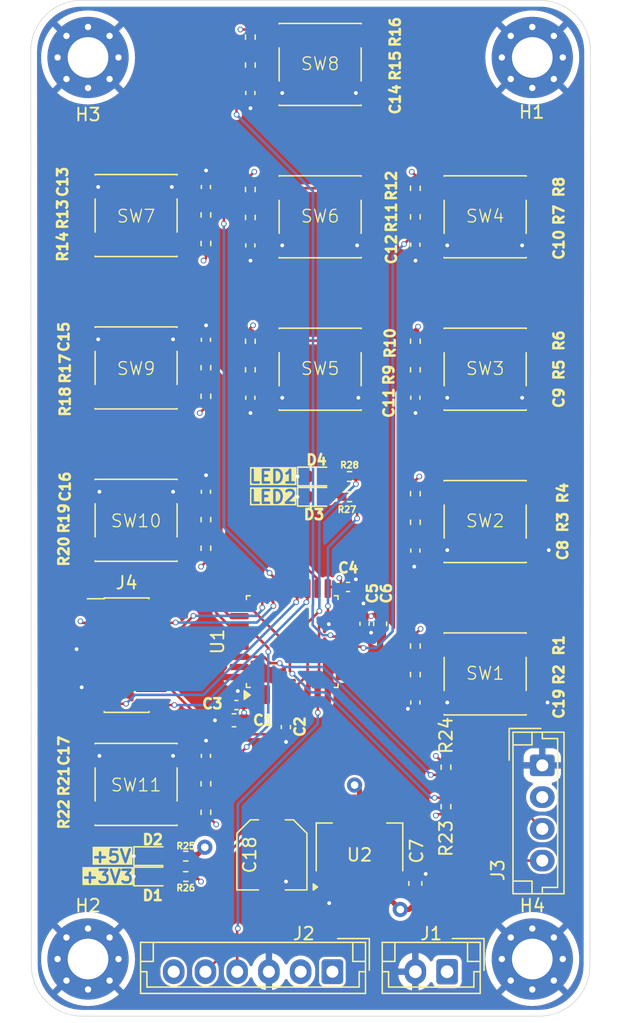
<source format=kicad_pcb>
(kicad_pcb (version 20240108) (generator "pcbnew") (generator_version "8.0")
  (layers (0 "F.Cu" signal) (1 "In1.Cu" signal) (2 "In2.Cu" signal) (31 "B.Cu" signal) (34 "B.Paste" user) (35 "F.Paste" user) (36 "B.SilkS" user "B.Silkscreen") (37 "F.SilkS" user "F.Silkscreen") (38 "B.Mask" user) (39 "F.Mask" user) (44 "Edge.Cuts" user))
  (net 0 "")
  (net 1 "GND")
  (net 2 "+3.3V")
  (net 3 "NRST")
  (net 4 "+5V")
  (net 5 "BTN_2")
  (net 6 "BTN_3")
  (net 7 "BTN_4")
  (net 8 "BTN_5")
  (net 9 "BTN_6")
  (net 10 "BTN_7")
  (net 11 "BTN_8")
  (net 12 "BTN_9")
  (net 13 "BTN_10")
  (net 14 "BTN_11")
  (net 15 "BTN_1")
  (net 16 "UART2_HC05_TX")
  (net 19 "UART2_HC05_RX")
  (net 20 "I2C1_SDA")
  (net 21 "I2C1_SCL")
  (net 25 "UART1_DEBUG_RX")
  (net 27 "SWCLK")
  (net 28 "SWDIO")
  (net 30 "UART1_DEBUG_TX")
  (net 31 "Net-(SW1-A)")
  (net 32 "Net-(SW2-A)")
  (net 33 "Net-(SW3-A)")
  (net 34 "Net-(SW4-A)")
  (net 35 "Net-(SW5-A)")
  (net 36 "Net-(SW6-A)")
  (net 37 "Net-(SW7-A)")
  (net 38 "Net-(SW8-A)")
  (net 39 "Net-(SW9-A)")
  (net 40 "Net-(SW10-A)")
  (net 41 "Net-(SW11-A)")
  (net 44 "Net-(D1-A)")
  (net 45 "Net-(D2-A)")
  (net 48 "Net-(D3-A)")
  (net 49 "Net-(D4-A)")
  (net 50 "LED2")
  (net 51 "LED1")
  (footprint "Capacitor_SMD:C_0402_1005Metric_Pad0.74x0.62mm_HandSolder" (layer "F.Cu") (at 136.2875 93.2 90)
    (property "Reference" "C16")
    (property "Value" "10n")
  )
  (footprint "Capacitor_SMD:C_0603_1608Metric" (layer "F.Cu") (at 150.0125 103.6 -90)
    (property "Reference" "C6")
    (property "Value" "1u")
  )
  (footprint "Resistor_SMD:R_0402_1005Metric_Pad0.72x0.64mm_HandSolder" (layer "F.Cu") (at 152.7875 83.5975 90)
    (property "Reference" "R5")
    (property "Value" "10k")
  )
  (footprint "Resistor_SMD:R_0402_1005Metric_Pad0.72x0.64mm_HandSolder" (layer "F.Cu") (at 139.7875 81.3475 -90)
    (property "Reference" "R10")
    (property "Value" "10k")
  )
  (footprint "maker:botan" (layer "F.Cu") (at 158.2875 71.5)
    (property "Reference" "SW4")
    (property "Value" "SW_SPST")
  )
  (footprint "Connector_JST:JST_EH_B4B-EH-A_1x04_P2.50mm_Vertical" (layer "F.Cu") (at 162.7875 114.75 -90)
    (property "Reference" "J3")
    (property "Value" "Conn_01x04")
  )
  (footprint "Resistor_SMD:R_0402_1005Metric_Pad0.72x0.64mm_HandSolder" (layer "F.Cu") (at 136.2875 85.685 90)
    (property "Reference" "R18")
    (property "Value" "10k")
  )
  (footprint "Resistor_SMD:R_0402_1005Metric_Pad0.72x0.64mm_HandSolder" (layer "F.Cu") (at 139.7875 69.4 -90)
    (property "Reference" "R12")
    (property "Value" "10k")
  )
  (footprint "Capacitor_SMD:C_0402_1005Metric_Pad0.74x0.62mm_HandSolder" (layer "F.Cu") (at 142.5875 111.7325 -90)
    (property "Reference" "C2")
    (property "Value" "0.1u")
  )
  (footprint "Resistor_SMD:R_0402_1005Metric_Pad0.72x0.64mm_HandSolder" (layer "F.Cu") (at 139.7875 83.5975 90)
    (property "Reference" "R9")
    (property "Value" "10k")
  )
  (footprint "Capacitor_SMD:C_0402_1005Metric_Pad0.74x0.62mm_HandSolder" (layer "F.Cu") (at 136.2875 69.2 90)
    (property "Reference" "C13")
    (property "Value" "10n")
  )
  (footprint "maker:botan" (layer "F.Cu") (at 158.2875 83.5)
    (property "Reference" "SW3")
    (property "Value" "SW_SPST")
  )
  (footprint "maker:botan" (layer "F.Cu") (at 158.2875 95.5)
    (property "Reference" "SW2")
    (property "Value" "SW_SPST")
  )
  (footprint "Resistor_SMD:R_0402_1005Metric_Pad0.72x0.64mm_HandSolder" (layer "F.Cu") (at 134.7 121.9 180)
    (property "Reference" "R25")
    (property "Value" "1k6")
  )
  (footprint "Capacitor_SMD:C_0603_1608Metric" (layer "F.Cu") (at 152.7875 124.05 90)
    (property "Reference" "C7")
    (property "Value" "10u")
  )
  (footprint "Resistor_SMD:R_0402_1005Metric_Pad0.72x0.64mm_HandSolder" (layer "F.Cu") (at 152.7875 81.3475 -90)
    (property "Reference" "R6")
    (property "Value" "10k")
  )
  (footprint "Resistor_SMD:R_0402_1005Metric_Pad0.72x0.64mm_HandSolder" (layer "F.Cu") (at 134.7 123.5 180)
    (property "Reference" "R26")
    (property "Value" "820")
  )
  (footprint "Resistor_SMD:R_0402_1005Metric_Pad0.72x0.64mm_HandSolder" (layer "F.Cu") (at 152.7875 95.6025 90)
    (property "Reference" "R3")
    (property "Value" "10k")
  )
  (footprint "Capacitor_SMD:C_0402_1005Metric_Pad0.74x0.62mm_HandSolder" (layer "F.Cu") (at 139.7875 73.8 -90)
    (property "Reference" "C12")
    (property "Value" "10n")
  )
  (footprint "Capacitor_SMD:C_0402_1005Metric_Pad0.74x0.62mm_HandSolder" (layer "F.Cu") (at 152.7875 109.8 -90)
    (property "Reference" "C19")
    (property "Value" "10n")
  )
  (footprint "Resistor_SMD:R_0402_1005Metric_Pad0.72x0.64mm_HandSolder" (layer "F.Cu") (at 147.6 92 180)
    (property "Reference" "R28")
    (property "Value" "82")
  )
  (footprint "MountingHole:MountingHole_3.2mm_M3_Pad_Via" (layer "F.Cu") (at 162 59)
    (property "Reference" "H1")
    (property "Value" "MountingHole_Pad")
  )
  (footprint "Connector_JST:JST_EH_B6B-EH-A_1x06_P2.50mm_Vertical" (layer "F.Cu") (at 146.25 131 180)
    (property "Reference" "J2")
    (property "Value" "Conn_01x06")
  )
  (footprint "Capacitor_SMD:C_0402_1005Metric_Pad0.74x0.62mm_HandSolder" (layer "F.Cu") (at 136.2875 81.2325 90)
    (property "Reference" "C15")
    (property "Value" "10n")
  )
  (footprint "Resistor_SMD:R_0402_1005Metric_Pad0.72x0.64mm_HandSolder" (layer "F.Cu") (at 155.2 114.8975 -90)
    (property "Reference" "R24")
    (property "Value" "1k")
  )
  (footprint "maker:botan" (layer "F.Cu") (at 145.2875 59.5)
    (property "Reference" "SW8")
    (property "Value" "SW_SPST")
  )
  (footprint "Resistor_SMD:R_0402_1005Metric_Pad0.72x0.64mm_HandSolder" (layer "F.Cu") (at 136.2875 116.2 -90)
    (property "Reference" "R21")
    (property "Value" "10k")
  )
  (footprint "Capacitor_SMD:C_0402_1005Metric_Pad0.74x0.62mm_HandSolder" (layer "F.Cu") (at 147.4875 100.7)
    (property "Reference" "C4")
    (property "Value" "100n")
  )
  (footprint "Connector_PinHeader_1.27mm:PinHeader_2x07_P1.27mm_Vertical_SMD" (layer "F.Cu") (at 130.0375 106.07)
    (property "Reference" "J4")
    (property "Value" "Conn_ST_STDC14")
  )
  (footprint "maker:botan" (layer "F.Cu") (at 130.7875 95.5 180)
    (property "Reference" "SW10")
    (property "Value" "SW_SPST")
  )
  (footprint "Resistor_SMD:R_0402_1005Metric_Pad0.72x0.64mm_HandSolder" (layer "F.Cu") (at 139.7875 57.395 -90)
    (property "Reference" "R16")
    (property "Value" "10k")
  )
  (footprint "Resistor_SMD:R_0402_1005Metric_Pad0.72x0.64mm_HandSolder" (layer "F.Cu") (at 136.2875 97.65 90)
    (property "Reference" "R20")
    (property "Value" "10k")
  )
  (footprint "maker:botan" (layer "F.Cu") (at 130.7875 71.5 180)
    (property "Reference" "SW7")
    (property "Value" "SW_SPST")
  )
  (footprint "Resistor_SMD:R_0402_1005Metric_Pad0.72x0.64mm_HandSolder" (layer "F.Cu") (at 152.7875 69.3025 -90)
    (property "Reference" "R8")
    (property "Value" "10k")
  )
  (footprint "Capacitor_SMD:C_0402_1005Metric_Pad0.74x0.62mm_HandSolder" (layer "F.Cu") (at 152.7875 73.7525 -90)
    (property "Reference" "C10")
    (property "Value" "10n")
  )
  (footprint "Resistor_SMD:R_0402_1005Metric_Pad0.72x0.64mm_HandSolder" (layer "F.Cu") (at 152.7875 93.3525 -90)
    (property "Reference" "R4")
    (property "Value" "10k")
  )
  (footprint "Resistor_SMD:R_0402_1005Metric_Pad0.72x0.64mm_HandSolder" (layer "F.Cu") (at 155.2 118 90)
    (property "Reference" "R23")
    (property "Value" "1k")
  )
  (footprint "Capacitor_SMD:C_0603_1608Metric" (layer "F.Cu") (at 138.5 111.2 180)
    (property "Reference" "C1")
    (property "Value" "4u7")
  )
  (footprint "Resistor_SMD:R_0402_1005Metric_Pad0.72x0.64mm_HandSolder" (layer "F.Cu") (at 136.2875 118.45 90)
    (property "Reference" "R22")
    (property "Value" "10k")
  )
  (footprint "LED_SMD:LED_0603_1608Metric" (layer "F.Cu") (at 145 93.6)
    (property "Reference" "D3")
    (property "Value" "BLUE_LED")
  )
  (footprint "Capacitor_SMD:C_Elec_5x5.4" (layer "F.Cu") (at 141.4875 121.8 -90)
    (property "Reference" "C18")
    (property "Value" "22u")
  )
  (footprint "Capacitor_SMD:C_0402_1005Metric_Pad0.74x0.62mm_HandSolder" (layer "F.Cu") (at 138.6875 110 180)
    (property "Reference" "C3")
    (property "Value" "100n")
  )
  (footprint "maker:botan" (layer "F.Cu") (at 130.7875 116.3 180)
    (property "Reference" "SW11")
    (property "Value" "SW_SPST")
  )
  (footprint "Capacitor_SMD:C_0402_1005Metric_Pad0.74x0.62mm_HandSolder" (layer "F.Cu") (at 136.2875 114 90)
    (property "Reference" "C17")
    (property "Value" "10n")
  )
  (footprint "LED_SMD:LED_0603_1608Metric" (layer "F.Cu") (at 132.1 121.9)
    (property "Reference" "D2")
    (property "Value" "RED_LED")
  )
  (footprint "maker:botan" (layer "F.Cu") (at 158.2875 107.5)
    (property "Reference" "SW1")
    (property "Value" "SW_SPST")
  )
  (footprint "maker:botan" (layer "F.Cu") (at 130.7875 83.5 180)
    (property "Reference" "SW9")
    (property "Value" "SW_SPST")
  )
  (footprint "Package_TO_SOT_SMD:SOT-223-3_TabPin2" (layer "F.Cu") (at 148.3875 121.2 90)
    (property "Reference" "U2")
    (property "Value" "AZ1117-3.3")
  )
  (footprint "maker:botan" (layer "F.Cu") (at 145.2875 71.5)
    (property "Reference" "SW6")
    (property "Value" "SW_SPST")
  )
  (footprint "Resistor_SMD:R_0402_1005Metric_Pad0.72x0.64mm_HandSolder" (layer "F.Cu") (at 152.7875 105.35 -90)
    (property "Reference" "R1")
    (property "Value" "10k")
  )
  (footprint "MountingHole:MountingHole_3.2mm_M3_Pad_Via" (layer "F.Cu") (at 127 59)
    (property "Reference" "H3")
    (property "Value" "MountingHole_Pad")
  )
  (footprint "MountingHole:MountingHole_3.2mm_M3_Pad_Via" (layer "F.Cu") (at 127 130)
    (property "Reference" "H2")
    (property "Value" "MountingHole_Pad")
  )
  (footprint "Capacitor_SMD:C_0402_1005Metric_Pad0.74x0.62mm_HandSolder" (layer "F.Cu") (at 152.7875 85.7975 -90)
    (property "Reference" "C9")
    (property "Value" "10n")
  )
  (footprint "maker:botan" (layer "F.Cu") (at 145.2875 83.5)
    (property "Reference" "SW5")
    (property "Value" "SW_SPST")
  )
  (footprint "Resistor_SMD:R_0402_1005Metric_Pad0.72x0.64mm_HandSolder" (layer "F.Cu") (at 152.7875 71.5525 90)
    (property "Reference" "R7")
    (property "Value" "10k")
  )
  (footprint "Capacitor_SMD:C_0402_1005Metric_Pad0.74x0.62mm_HandSolder" (layer "F.Cu") (at 139.7875 61.7975 -90)
    (property "Reference" "C14")
    (property "Value" "10n")
  )
  (footprint "Package_QFP:LQFP-32_7x7mm_P0.8mm" (layer "F.Cu") (at 143.0875 105 90)
    (property "Reference" "U1")
    (property "Value" "STM32G431KBTx")
  )
  (footprint "Resistor_SMD:R_0402_1005Metric_Pad0.72x0.64mm_HandSolder" (layer "F.Cu") (at 136.2875 71.4 -90)
    (property "Reference" "R13")
    (property "Value" "10k")
  )
  (footprint "Resistor_SMD:R_0402_1005Metric_Pad0.72x0.64mm_HandSolder" (layer "F.Cu") (at 136.2875 95.3975 -90)
    (property "Reference" "R19")
    (property "Value" "10k")
  )
  (footprint "Resistor_SMD:R_0402_1005Metric_Pad0.72x0.64mm_HandSolder" (layer "F.Cu") (at 139.7875 71.6 90)
    (property "Reference" "R11")
    (property "Value" "10k")
  )
  (footprint "Resistor_SMD:R_0402_1005Metric_Pad0.72x0.64mm_HandSolder" (layer "F.Cu") (at 139.7875 59.5975 90)
    (property "Reference" "R15")
    (property "Value" "10k")
  )
  (footprint "Resistor_SMD:R_0402_1005Metric_Pad0.72x0.64mm_HandSolder" (layer "F.Cu") (at 136.2875 73.65 90)
    (property "Reference" "R14")
    (property "Value" "10k")
  )
  (footprint "MountingHole:MountingHole_3.2mm_M3_Pad_Via" (layer "F.Cu") (at 162 130)
    (property "Reference" "H4")
    (property "Value" "MountingHole_Pad")
  )
  (footprint "Connector_JST:JST_EH_B2B-EH-A_1x02_P2.50mm_Vertical" (layer "F.Cu") (at 155.2875 131 180)
    (property "Reference" "J1")
    (property "Value" "Conn_01x02")
  )
  (footprint "Capacitor_SMD:C_0402_1005Metric_Pad0.74x0.62mm_HandSolder" (layer "F.Cu") (at 139.7875 85.7975 -90)
    (property "Reference" "C11")
    (property "Value" "10n")
  )
  (footprint "Capacitor_SMD:C_0402_1005Metric_Pad0.74x0.62mm_HandSolder" (layer "F.Cu") (at 152.7875 97.835 -90)
    (property "Reference" "C8")
    (property "Value" "10n")
  )
  (footprint "Capacitor_SMD:C_0402_1005Metric_Pad0.74x0.62mm_HandSolder" (layer "F.Cu") (at 148.7875 103.6 -90)
    (property "Reference" "C5")
    (property "Value" "10n")
  )
  (footprint "LED_SMD:LED_0603_1608Metric" (layer "F.Cu") (at 145 92)
    (property "Reference" "D4")
    (property "Value" "BLUE_LED")
  )
  (footprint "LED_SMD:LED_0603_1608Metric" (layer "F.Cu") (at 132.1 123.5)
    (property "Reference" "D1")
    (property "Value" "RED_LED")
  )
  (footprint "Resistor_SMD:R_0402_1005Metric_Pad0.72x0.64mm_HandSolder" (layer "F.Cu") (at 152.7875 107.6 90)
    (property "Reference" "R2")
    (property "Value" "10k")
  )
  (footprint "Resistor_SMD:R_0402_1005Metric_Pad0.72x0.64mm_HandSolder" (layer "F.Cu") (at 147.6 93.6 180)
    (property "Reference" "R27")
    (property "Value" "82")
  )
  (footprint "Resistor_SMD:R_0402_1005Metric_Pad0.72x0.64mm_HandSolder" (layer "F.Cu") (at 136.2875 83.4325 -90)
    (property "Reference" "R17")
    (property "Value" "10k")
  )
  (gr_line (start 162.5875 54.5) (end 126.4875 54.5) (stroke (width 0.05)) (layer "Edge.Cuts"))
  (gr_arc (start 126.5375 134.5) (mid 123.709073 133.328427) (end 122.5375 130.5) (stroke (width 0.05)) (layer "Edge.Cuts"))
  (gr_arc (start 162.5875 54.5) (mid 165.415927 55.671573) (end 166.5875 58.5) (stroke (width 0.05)) (layer "Edge.Cuts"))
  (gr_line (start 166.5875 58.5) (end 166.5375 130.5) (stroke (width 0.05)) (layer "Edge.Cuts"))
  (gr_line (start 126.5375 134.5) (end 162.5375 134.5) (stroke (width 0.05)) (layer "Edge.Cuts"))
  (gr_arc (start 122.4875 58.5) (mid 123.659073 55.671573) (end 126.4875 54.5) (stroke (width 0.05)) (layer "Edge.Cuts"))
  (gr_arc (start 166.5375 130.5) (mid 165.365927 133.328427) (end 162.5375 134.5) (stroke (width 0.05)) (layer "Edge.Cuts"))
  (gr_line (start 122.4875 58.5) (end 122.5375 130.5) (stroke (width 0.05)) (layer "Edge.Cuts"))
  (gr_text "LED2\n" (at 139.6 94.2 0) (layer "F.SilkS" knockout) (effects (font (size 1 1) (thickness 0.2) (bold yes)) (justify left bottom)))
  (gr_text "+3V3" (at 126.4 124.1 0) (layer "F.SilkS" knockout) (effects (font (size 1 1) (thickness 0.2) (bold yes)) (justify left bottom)))
  (gr_text "+5V" (at 127.2 122.5 0) (layer "F.SilkS" knockout) (effects (font (size 1 1) (thickness 0.2) (bold yes)) (justify left bottom)))
  (gr_text "LED1" (at 139.6 92.6 0) (layer "F.SilkS" knockout) (effects (font (size 1 1) (thickness 0.2) (bold yes)) (justify left bottom)))
  (segment (start 146.0875 125.5125) (end 146 125.6) (width 0.2) (layer "F.Cu") (net 1))
  (segment (start 152.7875 110.3675) (end 153.745 110.3675) (width 0.2) (layer "F.Cu") (net 1))
  (segment (start 128.0875 108.61) (end 126.51 108.61) (width 0.2) (layer "F.Cu") (net 1))
  (segment (start 154.3125 85.8) (end 153.7 85.8) (width 0.2) (layer "F.Cu") (net 1))
  (segment (start 152.7875 86.365) (end 152.7875 86.9875) (width 0.2) (layer "F.Cu") (net 1))
  (segment (start 152.7875 98.4025) (end 153.71 98.4025) (width 0.2) (layer "F.Cu") (net 1))
  (segment (start 142.5625 123.8625) (end 142.6 123.9) (width 0.2) (layer "F.Cu") (net 1))
  (segment (start 142.5875 112.3) (end 142.5875 112.8875) (width 0.2) (layer "F.Cu") (net 1))
  (segment (start 134.7625 93.2) (end 133.7 93.2) (width 0.2) (layer "F.Cu") (net 1))
  (segment (start 141.3125 85.8) (end 142.3 85.8) (width 0.2) (layer "F.Cu") (net 1))
  (segment (start 135.2975 80.665) (end 134.7625 81.2) (width 0.2) (layer "F.Cu") (net 1))
  (segment (start 162.2625 97.8) (end 163.3 97.8) (width 0.2) (layer "F.Cu") (net 1))
  (segment (start 134.7625 69.2) (end 133.6 69.2) (width 0.2) (layer "F.Cu") (net 1))
  (segment (start 138.12 110) (end 138.12 109.58) (width 0.2) (layer "F.Cu") (net 1))
  (segment (start 154.3125 109.8) (end 155.3 109.8) (width 0.2) (layer "F.Cu") (net 1))
  (segment (start 144.2125 93.6) (end 143.5 93.6) (width 0.2) (layer "F.Cu") (net 1))
  (segment (start 126.51 108.61) (end 126.5 108.6) (width 0.2) (layer "F.Cu") (net 1))
  (segment (start 154.3125 73.8) (end 153.7 73.8) (width 0.2) (layer "F.Cu") (net 1))
  (segment (start 139.7875 86.365) (end 140.7475 86.365) (width 0.2) (layer "F.Cu") (net 1))
  (segment (start 150.0125 104.375) (end 149.375 104.375) (width 0.2) (layer "F.Cu") (net 1))
  (segment (start 152.7875 110.3675) (end 152.2675 110.3675) (width 0.2) (layer "F.Cu") (net 1))
  (segment (start 152.7875 99.0125) (end 152.7 99.1) (width 0.2) (layer "F.Cu") (net 1))
  (segment (start 141.3125 61.8) (end 142.3 61.8) (width 0.2) (layer "F.Cu") (net 1))
  (segment (start 152.7875 74.32) (end 152.7875 74.9875) (width 0.2) (layer "F.Cu") (net 1))
  (segment (start 152.7875 98.4025) (end 152.7875 99.0125) (width 0.2) (layer "F.Cu") (net 1))
  (segment (start 136.2875 112.8125) (end 136.3 112.8) (width 0.2) (layer "F.Cu") (net 1))
  (segment (start 152.7875 86.9875) (end 152.8 87) (width 0.2) (layer "F.Cu") (net 1))
  (segment (start 139.7875 86.9875) (end 139.8 87) (width 0.2) (layer "F.Cu") (net 1))
  (segment (start 140.745 74.3675) (end 141.3125 73.8) (width 0.2) (layer "F.Cu") (net 1))
  (segment (start 149.1675 104.1675) (end 149.3 104.3) (width 0.2) (layer "F.Cu") (net 1))
  (segment (start 152.7875 86.365) (end 153.7475 86.365) (width 0.2) (layer "F.Cu") (net 1))
  (segment (start 148.055 100.145) (end 148.1 100.1) (width 0.2) (layer "F.Cu") (net 1))
  (segment (start 153.7925 74.32) (end 154.3125 73.8) (width 0.2) (layer "F.Cu") (net 1))
  (segment (start 138.12 109.58) (end 138.8 108.9) (width 0.2) (layer "F.Cu") (net 1))
  (segment (start 149.2625 85.8) (end 148.3 85.8) (width 0.2) (layer "F.Cu") (net 1))
  (segment (start 136.2875 91.9125) (end 136.3 91.9) (width 0.2) (layer "F.Cu") (net 1))
  (segment (start 126.57 106.07) (end 126.1 105.6) (width 0.2) (layer "F.Cu") (net 1))
  (segment (start 131.3125 123.5) (end 130.6 123.5) (width 0.2) (layer "F.Cu") (net 1))
  (segment (start 147.2625 102.2) (end 148.5 102.2) (width 0.2) (layer "F.Cu") (net 1))
  (segment (start 138.9125 107.8) (end 138.9125 108.7875) (width 0.2) (layer "F.Cu") (net 1))
  (segment (start 141.3125 73.8) (end 140.7 73.8) (width 0.2) (layer "F.Cu") (net 1))
  (segment (start 154.3125 85.8) (end 155.3 85.8) (width 0.2) (layer "F.Cu") (net 1))
  (segment (start 149.2625 73.8) (end 148.2 73.8) (width 0.2) (layer "F.Cu") (net 1))
  (segment (start 136.2875 68.6325) (end 135.33 68.6325) (width 0.2) (layer "F.Cu") (net 1))
  (segment (start 154.3125 97.8) (end 153.7 97.8) (width 0.2) (layer "F.Cu") (net 1))
  (segment (start 139.7875 74.9875) (end 139.8 75) (width 0.2) (layer "F.Cu") (net 1))
  (segment (start 153.7475 86.365) (end 154.3125 85.8) (width 0.2) (layer "F.Cu") (net 1))
  (segment (start 134.7625 81.2) (end 133.7 81.2) (width 0.2) (layer "F.Cu") (net 1))
  (segment (start 147.2625 102.2) (end 147.2625 101.4925) (width 0.2) (layer "F.Cu") (net 1))
  (segment (start 136.2875 80.665) (end 135.2975 80.665) (width 0.2) (layer "F.Cu") (net 1))
  (segment (start 134.7625 114) (end 133.7 114) (width 0.2) (layer "F.Cu") (net 1))
  (segment (start 134.7625 69.2) (end 135.4 69.2) (width 0.2) (layer "F.Cu") (net 1))
  (segment (start 139.7875 86.365) (end 139.7875 86.9875) (width 0.2) (layer "F.Cu") (net 1))
  (segment (start 140.7475 62.365) (end 141.3125 61.8) (width 0.2) (layer "F.Cu") (net 1))
  (segment (start 135.33 68.6325) (end 134.7625 69.2) (width 0.2) (layer "F.Cu") (net 1))
  (segment (start 137.725 110.395) (end 138.12 110) (width 0.2) (layer "F.Cu") (net 1))
  (segment (start 136.2875 92.6325) (end 136.2875 91.9125) (width 0.2) (layer "F.Cu") (net 1))
  (segment (start 148.7875 104.1675) (end 148.42 103.8) (width 0.2) (layer "F.Cu") (net 1))
  (segment (start 135.72 114) (end 136.2875 113.4325) (width 0.2) (layer "F.Cu") (net 1))
  (segment (start 148.7875 104.1675) (end 149.1675 104.1675) (width 0.2) (layer "F.Cu") (net 1))
  (segment (start 142.5875 112.8875) (end 142.6 112.9) (width 0.2) (layer "F.Cu") (net 1))
  (segment (start 134.7625 114) (end 135.72 114) (width 0.2) (layer "F.Cu") (net 1))
  (segment (start 126.5 104.8) (end 126.1 105.2) (width 0.2) (layer "F.Cu") (net 1))
  (segment (start 136.2875 68.6325) (end 136.2875 67.9125) (width 0.2) (layer "F.Cu") (net 1))
  (segment (start 126.8125 93.2) (end 127.9 93.2) (width 0.2) (layer "F.Cu") (net 1))
  (segment (start 147.2625 101.4925) (end 148.055 100.7) (width 0.2) (layer "F.Cu") (net 1))
  (segment (start 153.575 123.275) (end 153.6 123.3) (width 0.2) (layer "F.Cu") (net 1))
  (segment (start 153.745 110.3675) (end 154.3125 109.8) (width 0.2) (layer "F.Cu") (net 1))
  (segment (start 128.0875 106.07) (end 126.57 106.07) (width 0.2) (layer "F.Cu") (net 1))
  (segment (start 146.142464 103.8) (end 145.971232 103.628768) (width 0.2) (layer "F.Cu") (net 1))
  (segment (start 162.2625 85.8) (end 161.2 85.8) (width 0.2) (layer "F.Cu") (net 1))
  (segment (start 135.33 92.6325) (end 134.7625 93.2) (width 0.2) (layer "F.Cu") (net 1))
  (segment (start 148.055 100.7) (end 148.055 100.145) (width 0.2) (layer "F.Cu") (net 1))
  (segment (start 152.7875 74.32) (end 153.7925 74.32) (width 0.2) (layer "F.Cu") (net 1))
  (segment (start 139.7875 74.3675) (end 140.745 74.3675) (width 0.2) (layer "F.Cu") (net 1))
  (segment (start 147.2625 103.8) (end 146.142464 103.8) (width 0.2) (layer "F.Cu") (net 1))
  (segment (start 126.8125 114) (end 127.9 114) (width 0.2) (layer "F.Cu") (net 1))
  (segment (start 154.3125 97.8) (end 155.3 97.8) (width 0.2) (layer "F.Cu") (net 1))
  (segment (start 141.3125 85.8) (end 140.7 85.8) (width 0.2) (layer "F.Cu") (net 1))
  (segment (start 136.2875 80.665) (end 136.2875 80.1125) (width 0.2) (layer "F.Cu") (net 1))
  (segment (start 136.2875 67.9125) (end 136.3 67.9) (width 0.2) (layer "F.Cu") (net 1))
  (segment (start 137 111.2) (end 137.725 111.2) (width 0.2) (layer "F.Cu") (net 1))
  (segment (start 139.7875 62.365) (end 139.7875 62.9875) (width 0.2) (layer "F.Cu") (net 1))
  (segment (start 141.3125 73.8) (end 142.3 73.8) (width 0.2) (layer "F.Cu") (net 1))
  (segment (start 152.2675 110.3675) (end 152.2 110.3) (width 0.2) (layer "F.Cu") (net 1))
  (segment (start 134.7625 93.2) (end 135.4 93.2) (width 0.2) (layer "F.Cu") (net 1))
  (segment (start 137.725 111.2) (end 137.725 110.395) (width 0.2) (layer "F.Cu") (net 1))
  (segment (start 140.7475 86.365) (end 141.3125 85.8) (width 0.2) (layer "F.Cu") (net 1))
  (segment (start 126.8125 69.2) (end 127.8 69.2) (width 0.2) (layer "F.Cu") (net 1))
  (segment (start 141.4875 123.8625) (end 142.5625 123.8625) (width 0.2) (layer "F.Cu") (net 1))
  (segment (start 131.3125 121.9) (end 130.6 121.9) (width 0.2) (layer "F.Cu") (net 1))
  (segment (start 139.7875 62.365) (end 140.7475 62.365) (width 0.2) (layer "F.Cu") (net 1))
  (segment (start 139.7875 74.3675) (end 139.7875 74.9875) (width 0.2) (layer "F.Cu") (net 1))
  (segment (start 149.2625 61.8) (end 148.1 61.8) (width 0.2) (layer "F.Cu") (net 1))
  (segment (start 126.1 105.2) (end 126.1 105.6) (width 0.2) (layer "F.Cu") (net 1))
  (segment (start 148.42 103.8) (end 147.2625 103.8) (width 0.2) (layer "F.Cu") (net 1))
  (segment (start 126.8125 81.2) (end 127.8 81.2) (width 0.2) (layer "F.Cu") (net 1))
  (segment (start 153.71 98.4025) (end 154.3125 97.8) (width 0.2) (layer "F.Cu") (net 1))
  (segment (start 152.7875 74.9875) (end 152.8 75) (width 0.2) (layer "F.Cu") (net 1))
  (segment (start 162.2625 109.8) (end 163.2 109.8) (width 0.2) (layer "F.Cu") (net 1))
  (segment (start 149.375 104.375) (end 149.3 104.3) (width 0.2) (layer "F.Cu") (net 1))
  (segment (start 139.7875 62.9875) (end 139.8 63) (width 0.2) (layer "F.Cu") (net 1))
  (segment (start 138.9125 108.7875) (end 138.8 108.9) (width 0.2) (layer "F.Cu") (net 1))
  (segment (start 148.5 102.2) (end 148.7 102) (width 0.2) (layer "F.Cu") (net 1))
  (segment (start 144.2125 92) (end 143.5 92) (width 0.2) (layer "F.Cu") (net 1))
  (segment (start 162.2625 73.8) (end 161.2 73.8) (width 0.2) (layer "F.Cu") (net 1))
  (segment (start 128.0875 104.8) (end 126.5 104.8) (width 0.2) (layer "F.Cu") (net 1))
  (segment (start 154.3125 73.8) (end 155.3 73.8) (width 0.2) (layer "F.Cu") (net 1))
  (segment (start 136.2875 113.4325) (end 136.2875 112.8125) (width 0.2) (layer "F.Cu") (net 1))
  (segment (start 152.7875 123.275) (end 153.575 123.275) (width 0.2) (layer "F.Cu") (net 1))
  (segment (start 136.2875 92.6325) (end 135.33 92.6325) (width 0.2) (layer "F.Cu") (net 1))
  (segment (start 146.0875 124.35) (end 146.0875 125.5125) (width 0.2) (layer "F.Cu") (net 1))
  (segment (start 141.3125 61.8) (end 140.7 61.8) (width 0.2) (layer "F.Cu") (net 1))
  (segment (start 136.2875 80.1125) (end 136.3 80.1) (width 0.2) (layer "F.Cu") (net 1))
  (via (at 133.7 93.2) (size 0.45) (drill 0.3) (layers "F.Cu" "B.Cu") (net 1))
  (via (at 142.6 112.9) (size 0.45) (drill 0.3) (layers "F.Cu" "B.Cu") (net 1))
  (via (at 146 125.6) (size 0.45) (drill 0.3) (layers "F.Cu" "B.Cu") (net 1))
  (via (at 138.8 108.9) (size 0.45) (drill 0.3) (layers "F.Cu" "B.Cu") (net 1))
  (via (at 127.9 114) (size 0.45) (drill 0.3) (layers "F.Cu" "B.Cu") (net 1))
  (via (at 143.5 93.6) (size 0.45) (drill 0.3) (layers "F.Cu" "B.Cu") (net 1))
  (via (at 155.3 73.8) (size 0.45) (drill 0.3) (layers "F.Cu" "B.Cu") (net 1))
  (via (at 126.1 105.6) (size 0.45) (drill 0.3) (layers "F.Cu" "B.Cu") (net 1))
  (via (at 142.3 73.8) (size 0.45) (drill 0.3) (layers "F.Cu" "B.Cu") (net 1))
  (via (at 155.3 109.8) (size 0.45) (drill 0.3) (layers "F.Cu" "B.Cu") (net 1))
  (via (at 153.6 123.3) (size 0.45) (drill 0.3) (layers "F.Cu" "B.Cu") (net 1))
  (via (at 139.8 63) (size 0.45) (drill 0.3) (layers "F.Cu" "B.Cu") (net 1))
  (via (at 145.971232 103.628768) (size 0.45) (drill 0.3) (layers "F.Cu" "B.Cu") (net 1))
  (via (at 127.8 81.2) (size 0.45) (drill 0.3) (layers "F.Cu" "B.Cu") (net 1))
  (via (at 148.1 61.8) (size 0.45) (drill 0.3) (layers "F.Cu" "B.Cu") (net 1))
  (via (at 136.3 67.9) (size 0.45) (drill 0.3) (layers "F.Cu" "B.Cu") (net 1))
  (via (at 161.2 85.8) (size 0.45) (drill 0.3) (layers "F.Cu" "B.Cu") (net 1))
  (via (at 133.7 81.2) (size 0.45) (drill 0.3) (layers "F.Cu" "B.Cu") (net 1))
  (via (at 163.2 109.8) (size 0.45) (drill 0.3) (layers "F.Cu" "B.Cu") (net 1))
  (via (at 136.3 112.8) (size 0.45) (drill 0.3) (layers "F.Cu" "B.Cu") (net 1))
  (via (at 142.3 85.8) (size 0.45) (drill 0.3) (layers "F.Cu" "B.Cu") (net 1))
  (via (at 152.2 110.3) (size 0.45) (drill 0.3) (layers "F.Cu" "B.Cu") (net 1))
  (via (at 136.3 91.9) (size 0.45) (drill 0.3) (layers "F.Cu" "B.Cu") (net 1))
  (via (at 139.8 87) (size 0.45) (drill 0.3) (layers "F.Cu" "B.Cu") (net 1))
  (via (at 143.5 92) (size 0.45) (drill 0.3) (layers "F.Cu" "B.Cu") (net 1))
  (via (at 148.1 100.1) (size 0.45) (drill 0.3) (layers "F.Cu" "B.Cu") (net 1))
  (via (at 133.6 69.2) (size 0.45) (drill 0.3) (layers "F.Cu" "B.Cu") (net 1))
  (via (at 163.3 97.8) (size 0.45) (drill 0.3) (layers "F.Cu" "B.Cu") (net 1))
  (via (at 152.7 99.1) (size 0.45) (drill 0.3) (layers "F.Cu" "B.Cu") (net 1))
  (via (at 152.8 87) (size 0.45) (drill 0.3) (layers "F.Cu" "B.Cu") (net 1))
  (via (at 133.7 114) (size 0.45) (drill 0.3) (layers "F.Cu" "B.Cu") (net 1))
  (via (at 130.6 123.5) (size 0.45) (drill 0.3) (layers "F.Cu" "B.Cu") (net 1))
  (via (at 155.3 85.8) (size 0.45) (drill 0.3) (layers "F.Cu" "B.Cu") (net 1))
  (via (at 127.8 69.2) (size 0.45) (drill 0.3) (layers "F.Cu" "B.Cu") (net 1))
  (via (at 130.6 121.9) (size 0.45) (drill 0.3) (layers "F.Cu" "B.Cu") (net 1))
  (via (at 139.8 75) (size 0.45) (drill 0.3) (layers "F.Cu" "B.Cu") (net 1))
  (via (at 142.6 123.9) (size 0.45) (drill 0.3) (layers "F.Cu" "B.Cu") (net 1))
  (via (at 142.3 61.8) (size 0.45) (drill 0.3) (layers "F.Cu" "B.Cu") (net 1))
  (via (at 148.3 85.8) (size 0.45) (drill 0.3) (layers "F.Cu" "B.Cu") (net 1))
  (via (at 161.2 73.8) (size 0.45) (drill 0.3) (layers "F.Cu" "B.Cu") (net 1))
  (via (at 127.9 93.2) (size 0.45) (drill 0.3) (layers "F.Cu" "B.Cu") (net 1))
  (via (at 148.7 102) (size 0.45) (drill 0.3) (layers "F.Cu" "B.Cu") (net 1))
  (via (at 137 111.2) (size 0.45) (drill 0.3) (layers "F.Cu" "B.Cu") (net 1))
  (via (at 155.3 97.8) (size 0.45) (drill 0.3) (layers "F.Cu" "B.Cu") (net 1))
  (via (at 152.8 75) (size 0.45) (drill 0.3) (layers "F.Cu" "B.Cu") (net 1))
  (via (at 136.3 80.1) (size 0.45) (drill 0.3) (layers "F.Cu" "B.Cu") (net 1))
  (via (at 149.3 104.3) (size 0.45) (drill 0.3) (layers "F.Cu" "B.Cu") (net 1))
  (via (at 126.5 108.6) (size 0.45) (drill 0.3) (layers "F.Cu" "B.Cu") (net 1))
  (via (at 148.2 73.8) (size 0.45) (drill 0.3) (layers "F.Cu" "B.Cu") (net 1))
  (segment (start 152.7875 68.705) (end 152.7875 68.2875) (width 0.2) (layer "F.Cu") (net 2))
  (segment (start 146.0125 100.7) (end 145.8875 100.825) (width 0.2) (layer "F.Cu") (net 2))
  (segment (start 136.2875 86.5125) (end 135.8 87) (width 0.2) (layer "F.Cu") (net 2))
  (segment (start 152.7875 104.7525) (end 152.7875 104.4125) (width 0.2) (layer "F.Cu") (net 2))
  (segment (start 139.7875 80.3125) (end 140 80.1) (width 0.2) (layer "F.Cu") (net 2))
  (segment (start 148.3875 118.05) (end 143.175 118.05) (width 1.2) (layer "F.Cu") (net 2))
  (segment (start 155.2 118.5975) (end 154.5025 118.5975) (width 0.2) (layer "F.Cu") (net 2))
  (segment (start 139.7875 68.3125) (end 140.1 68) (width 0.2) (layer "F.Cu") (net 2))
  (segment (start 148.3875 116.6875) (end 148 116.3) (width 0.4) (layer "F.Cu") (net 2))
  (segment (start 136.2875 98.7125) (end 135.9 99.1) (width 0.2) (layer "F.Cu") (net 2))
  (segment (start 152.7875 92.3125) (end 153.1 92) (width 0.2) (layer "F.Cu") (net 2))
  (segment (start 136.2875 119.0475) (end 136.7475 119.0475) (width 0.2) (layer "F.Cu") (net 2))
  (segment (start 149.475 102.825) (end 149.3 103) (width 0.2) (layer "F.Cu") (net 2))
  (segment (start 146.92 100.7) (end 146.0125 100.7) (width 0.2) (layer "F.Cu") (net 2))
  (segment (start 152.7875 80.75) (end 152.7875 80.4125) (width 0.2) (layer "F.Cu") (net 2))
  (segment (start 154.7 114.3) (end 154.4 114) (width 0.2) (layer "F.Cu") (net 2))
  (segment (start 155.2 114.3) (end 154.7 114.3) (width 0.2) (layer "F.Cu") (net 2))
  (segment (start 135.5 123.5) (end 135.9 123.9) (width 0.2) (layer "F.Cu") (net 2))
  (segment (start 136.2875 86.2825) (end 136.2875 86.5125) (width 0.2) (layer "F.Cu") (net 2))
  (segment (start 146.92 100.7) (end 146.92 100.12) (width 0.2) (layer "F.Cu") (net 2))
  (segment (start 154.5025 118.5975) (end 154.4 118.7) (width 0.2) (layer "F.Cu") (net 2))
  (segment (start 152.7875 80.4125) (end 153 80.2) (width 0.2) (layer "F.Cu") (net 2))
  (segment (start 139.4625 110) (end 140.2875 109.175) (width 0.2) (layer "F.Cu") (net 2))
  (segment (start 148.3875 124.35) (end 148.3875 118.05) (width 1.2) (layer "F.Cu") (net 2))
  (segment (start 139.0025 56.7975) (end 139 56.8) (width 0.2) (layer "F.Cu") (net 2))
  (segment (start 139.7875 68.8025) (end 139.7875 68.3125) (width 0.2) (layer "F.Cu") (net 2))
  (segment (start 128.0875 103.53) (end 126.53 103.53) (width 0.2) (layer "F.Cu") (net 2))
  (segment (start 139.255 110.555) (end 139.3 110.6) (width 0.2) (layer "F.Cu") (net 2))
  (segment (start 139.255 110) (end 139.4625 110) (width 0.2) (layer "F.Cu") (net 2))
  (segment (start 139.275 111.2) (end 139.275 110.625) (width 0.2) (layer "F.Cu") (net 2))
  (segment (start 126.53 103.53) (end 126.4 103.4) (width 0.2) (layer "F.Cu") (net 2))
  (segment (start 150.0125 102.825) (end 149.475 102.825) (width 0.2) (layer "F.Cu") (net 2))
  (segment (start 146.92 100.12) (end 146.8 100) (width 0.2) (layer "F.Cu") (net 2))
  (segment (start 136.7475 119.0475) (end 137.1 119.4) (width 0.2) (layer "F.Cu") (net 2))
  (segment (start 139.275 110.625) (end 139.3 110.6) (width 0.2) (layer "F.Cu") (net 2))
  (segment (start 143.175 118.05) (end 141.4875 119.7375) (width 1.2) (layer "F.Cu") (net 2))
  (segment (start 148.7875 103.0325) (end 149.2675 103.0325) (width 0.2) (layer "F.Cu") (net 2))
  (segment (start 136.2875 98.2475) (end 136.2875 98.7125) (width 0.2) (layer "F.Cu") (net 2))
  (segment (start 152.7875 92.755) (end 152.7875 92.3125) (width 0.2) (layer "F.Cu") (net 2))
  (segment (start 149.2675 103.0325) (end 149.3 103) (width 0.2) (layer "F.Cu") (net 2))
  (segment (start 139.255 110) (end 139.255 110.555) (width 0.2) (layer "F.Cu") (net 2))
  (segment (start 135.2975 123.5) (end 135.5 123.5) (width 0.2) (layer "F.Cu") (net 2))
  (segment (start 147.2625 103) (end 148.755 103) (width 0.2) (layer "F.Cu") (net 2))
  (segment (start 152.7875 68.2875) (end 152.5 68) (width 0.2) (layer "F.Cu") (net 2))
  (segment (start 136.2875 74.8125) (end 136.1 75) (width 0.2) (layer "F.Cu") (net 2))
  (segment (start 148.3875 118.05) (end 148.3875 116.6875) (width 0.4) (layer "F.Cu") (net 2))
  (segment (start 152.7875 104.4125) (end 153.2 104) (width 0.2) (layer "F.Cu") (net 2))
  (segment (start 136.2875 74.2475) (end 136.2875 74.8125) (width 0.2) (layer "F.Cu") (net 2))
  (segment (start 139.7875 80.75) (end 139.7875 80.3125) (width 0.2) (layer "F.Cu") (net 2))
  (segment (start 148.755 103) (end 148.7875 103.0325) (width 0.2) (layer "F.Cu") (net 2))
  (segment (start 139.7875 56.7975) (end 139.0025 56.7975) (width 0.2) (layer "F.Cu") (net 2))
  (via (at 152.5 68) (size 0.45) (drill 0.3) (layers "F.Cu" "B.Cu") (net 2))
  (via (at 153.2 104) (size 0.45) (drill 0.3) (layers "F.Cu" "B.Cu") (net 2))
  (via (at 136.1 75) (size 0.45) (drill 0.3) (layers "F.Cu" "B.Cu") (net 2))
  (via (at 135.8 87) (size 0.45) (drill 0.3) (layers "F.Cu" "B.Cu") (net 2))
  (via (at 139 56.8) (size 0.45) (drill 0.3) (layers "F.Cu" "B.Cu") (net 2))
  (via (at 139.3 110.6) (size 0.45) (drill 0.3) (layers "F.Cu" "B.Cu") (net 2))
  (via (at 154.4 118.7) (size 0.45) (drill 0.3) (layers "F.Cu" "B.Cu") (net 2))
  (via (at 135.9 99.1) (size 0.45) (drill 0.3) (layers "F.Cu" "B.Cu") (net 2))
  (via (at 153 80.2) (size 0.45) (drill 0.3) (layers "F.Cu" "B.Cu") (net 2))
  (via (at 149.3 103) (size 0.45) (drill 0.3) (layers "F.Cu" "B.Cu") (net 2))
  (via (at 153.1 92) (size 0.45) (drill 0.3) (layers "F.Cu" "B.Cu") (net 2))
  (via (at 140 80.1) (size 0.45) (drill 0.3) (layers "F.Cu" "B.Cu") (net 2))
  (via (at 137.1 119.4) (size 0.45) (drill 0.3) (layers "F.Cu" "B.Cu") (net 2))
  (via (at 126.4 103.4) (size 0.45) (drill 0.3) (layers "F.Cu" "B.Cu") (net 2))
  (via (at 146.8 100) (size 0.45) (drill 0.3) (layers "F.Cu" "B.Cu") (net 2))
  (via (at 135.9 123.9) (size 0.45) (drill 0.3) (layers "F.Cu" "B.Cu") (net 2))
  (via (at 140.1 68) (size 0.45) (drill 0.3) (layers "F.Cu" "B.Cu") (net 2))
  (via (at 148 116.3) (size 1.2) (drill 0.6) (layers "F.Cu" "B.Cu") (net 2))
  (via (at 154.4 114) (size 0.45) (drill 0.3) (layers "F.Cu" "B.Cu") (net 2))
  (segment (start 141.4525 112.3) (end 142.5875 111.165) (width 0.2) (layer "F.Cu") (net 3))
  (segment (start 137.0775 112.3) (end 141.4525 112.3) (width 0.2) (layer "F.Cu") (net 3))
  (segment (start 131.9875 108.61) (end 133.3875 108.61) (width 0.2) (layer "F.Cu") (net 3))
  (segment (start 142.5875 111.165) (end 142.5875 111.1125) (width 0.2) (layer "F.Cu") (net 3))
  (segment (start 142.5875 111.1125) (end 142.6875 111.0125) (width 0.2) (layer "F.Cu") (net 3))
  (segment (start 142.6875 111.0125) (end 142.6875 109.175) (width 0.2) (layer "F.Cu") (net 3))
  (segment (start 133.3875 108.61) (end 137.0775 112.3) (width 0.2) (layer "F.Cu") (net 3))
  (segment (start 150.6875 124.35) (end 150.6875 125.1875) (width 0.4) (layer "F.Cu") (net 4))
  (segment (start 150.6875 125.1875) (end 151.6 126.1) (width 0.4) (layer "F.Cu") (net 4))
  (segment (start 135.5 121.9) (end 136.2 121.2) (width 0.4) (layer "F.Cu") (net 4))
  (segment (start 151.6 126.1) (end 152.3 126.1) (width 0.4) (layer "F.Cu") (net 4))
  (segment (start 135.2975 121.9) (end 135.5 121.9) (width 0.4) (layer "F.Cu") (net 4))
  (segment (start 152.7875 125.6125) (end 152.7875 124.825) (width 0.4) (layer "F.Cu") (net 4))
  (segment (start 152.3 126.1) (end 152.7875 125.6125) (width 0.4) (layer "F.Cu") (net 4))
  (via (at 151.6 126.1) (size 1.2) (drill 0.6) (layers "F.Cu" "B.Cu") (net 4))
  (via (at 136.2 121.2) (size 1.2) (drill 0.6) (layers "F.Cu" "B.Cu") (net 4))
  (segment (start 151.9 98.155) (end 151.9 105.5) (width 0.2) (layer "F.Cu") (net 5))
  (segment (start 151.9 105.5) (end 150.4 107) (width 0.2) (layer "F.Cu") (net 5))
  (segment (start 152.7875 96.2) (end 152.7875 97.2675) (width 0.2) (layer "F.Cu") (net 5))
  (segment (start 150.4 107) (end 147.2625 107) (width 0.2) (layer "F.Cu") (net 5))
  (segment (start 152.7875 97.2675) (end 151.9 98.155) (width 0.2) (layer "F.Cu") (net 5))
  (segment (start 152.7875 84.195) (end 152.7875 85.23) (width 0.2) (layer "F.Cu") (net 6))
  (segment (start 147.2625 106.2) (end 150.2 106.2) (width 0.2) (layer "F.Cu") (net 6))
  (segment (start 150.2 106.2) (end 151.5 104.9) (width 0.2) (layer "F.Cu") (net 6))
  (segment (start 151.5 104.9) (end 151.5 85.4825) (width 0.2) (layer "F.Cu") (net 6))
  (segment (start 151.5 85.4825) (end 152.7875 84.195) (width 0.2) (layer "F.Cu") (net 6))
  (segment (start 152.415 73.185) (end 151.9 73.7) (width 0.2) (layer "F.Cu") (net 7))
  (segment (start 147.2625 105.4) (end 148.6 105.4) (width 0.2) (layer "F.Cu") (net 7))
  (segment (start 148.6 105.4) (end 148.7 105.5) (width 0.2) (layer "F.Cu") (net 7))
  (segment (start 152.7875 73.185) (end 152.415 73.185) (width 0.2) (layer "F.Cu") (net 7))
  (segment (start 152.7875 72.15) (end 152.7875 73.185) (width 0.2) (layer "F.Cu") (net 7))
  (via (at 148.7 105.5) (size 0.45) (drill 0.3) (layers "F.Cu" "B.Cu") (net 7))
  (via (at 151.9 73.7) (size 0.45) (drill 0.3) (layers "F.Cu" "B.Cu") (net 7))
  (segment (start 151 74.6) (end 151.9 73.7) (width 0.2) (layer "B.Cu") (net 7))
  (segment (start 148.7 105.5) (end 149.7 105.5) (width 0.2) (layer "B.Cu") (net 7))
  (segment (start 151 104.2) (end 151 74.6) (width 0.2) (layer "B.Cu") (net 7))
  (segment (start 149.7 105.5) (end 151 104.2) (width 0.2) (layer "B.Cu") (net 7))
  (segment (start 139.1775 84.805) (end 139.7875 84.195) (width 0.2) (layer "F.Cu") (net 8))
  (segment (start 139.1775 94.165001) (end 139.1775 84.805) (width 0.2) (layer "F.Cu") (net 8))
  (segment (start 139.7875 84.195) (end 139.7875 85.23) (width 0.2) (layer "F.Cu") (net 8))
  (segment (start 145.0875 100.075001) (end 139.1775 94.165001) (width 0.2) (layer "F.Cu") (net 8))
  (segment (start 145.0875 100.825) (end 145.0875 100.075001) (width 0.2) (layer "F.Cu") (net 8))
  (segment (start 138.7775 96.165001) (end 138.7775 73.2075) (width 0.2) (layer "F.Cu") (net 9))
  (segment (start 139.7875 72.1975) (end 139.7875 73.2325) (width 0.2) (layer "F.Cu") (net 9))
  (segment (start 142.6875 100.075001) (end 138.7775 96.165001) (width 0.2) (layer "F.Cu") (net 9))
  (segment (start 142.6875 100.825) (end 142.6875 100.075001) (width 0.2) (layer "F.Cu") (net 9))
  (segment (start 138.7775 73.2075) (end 139.7875 72.1975) (width 0.2) (layer "F.Cu") (net 9))
  (segment (start 136.2875 70.8025) (end 136.2875 69.7675) (width 0.2) (layer "F.Cu") (net 10))
  (segment (start 137.7 71.4) (end 137.1025 70.8025) (width 0.2) (layer "F.Cu") (net 10))
  (segment (start 141.8875 100.1875) (end 141.3 99.6) (width 0.2) (layer "F.Cu") (net 10))
  (segment (start 137.7 72.1) (end 137.7 71.4) (width 0.2) (layer "F.Cu") (net 10))
  (segment (start 137.1025 70.8025) (end 136.2875 70.8025) (width 0.2) (layer "F.Cu") (net 10))
  (segment (start 141.8875 100.825) (end 141.8875 100.1875) (width 0.2) (layer "F.Cu") (net 10))
  (via (at 137.7 72.1) (size 0.45) (drill 0.3) (layers "F.Cu" "B.Cu") (net 10))
  (via (at 141.3 99.6) (size 0.45) (drill 0.3) (layers "F.Cu" "B.Cu") (net 10))
  (segment (start 137.7 96) (end 137.7 72.1) (width 0.2) (layer "B.Cu") (net 10))
  (segment (start 141.3 99.6) (end 137.7 96) (width 0.2) (layer "B.Cu") (net 10))
  (segment (start 139.7875 60.195) (end 139.7875 61.23) (width 0.2) (layer "F.Cu") (net 11))
  (segment (start 138.7 61.2825) (end 139.7875 60.195) (width 0.2) (layer "F.Cu") (net 11))
  (segment (start 138.7 63.5) (end 138.7 61.2825) (width 0.2) (layer "F.Cu") (net 11))
  (segment (start 147.2625 104.6) (end 146.2 104.6) (width 0.2) (layer "F.Cu") (net 11))
  (segment (start 146.2 104.6) (end 146.1 104.5) (width 0.2) (layer "F.Cu") (net 11))
  (via (at 146.1 104.5) (size 0.45) (drill 0.3) (layers "F.Cu" "B.Cu") (net 11))
  (via (at 138.7 63.5) (size 0.45) (drill 0.3) (layers "F.Cu" "B.Cu") (net 11))
  (segment (start 144.7 102.142463) (end 144.725 102.117463) (width 0.2) (layer "B.Cu") (net 11))
  (segment (start 144.725 102.117463) (end 144.725 69.525) (width 0.2) (layer "B.Cu") (net 11))
  (segment (start 144.7 103.7) (end 144.7 102.142463) (width 0.2) (layer "B.Cu") (net 11))
  (segment (start 146.1 104.5) (end 145.5 104.5) (width 0.2) (layer "B.Cu") (net 11))
  (segment (start 145.5 104.5) (end 144.7 103.7) (width 0.2) (layer "B.Cu") (net 11))
  (segment (start 144.725 69.525) (end 138.7 63.5) (width 0.2) (layer "B.Cu") (net 11))
  (segment (start 137.5 102.337499) (end 137.5 84.0475) (width 0.2) (layer "F.Cu") (net 12))
  (segment (start 137.5 84.0475) (end 136.2875 82.835) (width 0.2) (layer "F.Cu") (net 12))
  (segment (start 138.162501 103) (end 137.5 102.337499) (width 0.2) (layer "F.Cu") (net 12))
  (segment (start 138.9125 103) (end 138.162501 103) (width 0.2) (layer "F.Cu") (net 12))
  (segment (start 136.2875 82.835) (end 136.2875 81.8) (width 0.2) (layer "F.Cu") (net 12))
  (segment (start 136.2875 94.8) (end 136.2875 93.7675) (width 0.2) (layer "F.Cu") (net 13))
  (segment (start 138.9125 103.8) (end 138.162501 103.8) (width 0.2) (layer "F.Cu") (net 13))
  (segment (start 137.1 95.6125) (end 136.2875 94.8) (width 0.2) (layer "F.Cu") (net 13))
  (segment (start 137.1 102.737499) (end 137.1 95.6125) (width 0.2) (layer "F.Cu") (net 13))
  (segment (start 138.162501 103.8) (end 137.1 102.737499) (width 0.2) (layer "F.Cu") (net 13))
  (segment (start 137.1975 115.6025) (end 136.2875 115.6025) (width 0.2) (layer "F.Cu") (net 14))
  (segment (start 140.3 104.6) (end 138.9125 104.6) (width 0.2) (layer "F.Cu") (net 14))
  (segment (start 139.5 113.3) (end 137.1975 115.6025) (width 0.2) (layer "F.Cu") (net 14))
  (segment (start 141.2 105.5) (end 140.3 104.6) (width 0.2) (layer "F.Cu") (net 14))
  (segment (start 141.2 105.8) (end 141.2 105.5) (width 0.2) (layer "F.Cu") (net 14))
  (segment (start 136.2875 115.6025) (end 136.2875 114.5675) (width 0.2) (layer "F.Cu") (net 14))
  (via (at 139.5 113.3) (size 0.45) (drill 0.3) (layers "F.Cu" "B.Cu") (net 14))
  (via (at 141.2 105.8) (size 0.45) (drill 0.3) (layers "F.Cu" "B.Cu") (net 14))
  (segment (start 139.5 113.3) (end 141.2 111.6) (width 0.2) (layer "B.Cu") (net 14))
  (segment (start 141.2 111.6) (end 141.2 105.8) (width 0.2) (layer "B.Cu") (net 14))
  (segment (start 152.7875 108.1975) (end 152.7875 109.2325) (width 0.2) (layer "F.Cu") (net 15))
  (segment (start 152.6025 108.1975) (end 152.205 107.8) (width 0.2) (layer "F.Cu") (net 15))
  (segment (start 152.205 107.8) (end 147.2625 107.8) (width 0.2) (layer "F.Cu") (net 15))
  (segment (start 152.7875 108.1975) (end 152.6025 108.1975) (width 0.2) (layer "F.Cu") (net 15))
  (segment (start 138.75 131) (end 138.75 127.65) (width 0.2) (layer "F.Cu") (net 16))
  (segment (start 145.1 110.6) (end 145.1 109.1875) (width 0.2) (layer "F.Cu") (net 16))
  (segment (start 138.75 127.65) (end 138.8 127.6) (width 0.2) (layer "F.Cu") (net 16))
  (segment (start 145.1 109.1875) (end 145.0875 109.175) (width 0.2) (layer "F.Cu") (net 16))
  (via (at 138.8 127.6) (size 0.45) (drill 0.3) (layers "F.Cu" "B.Cu") (net 16))
  (via (at 145.1 110.6) (size 0.45) (drill 0.3) (layers "F.Cu" "B.Cu") (net 16))
  (segment (start 138.8 127.6) (end 138.8 117.8) (width 0.2) (layer "B.Cu") (net 16))
  (segment (start 138.8 117.8) (end 145.1 111.5) (width 0.2) (layer "B.Cu") (net 16))
  (segment (start 145.1 111.5) (end 145.1 110.6) (width 0.2) (layer "B.Cu") (net 16))
  (segment (start 137.2 130.05) (end 137.2 122.5) (width 0.2) (layer "F.Cu") (net 19))
  (segment (start 136.25 131) (end 137.2 130.05) (width 0.2) (layer "F.Cu") (net 19))
  (segment (start 137.2 122.5) (end 139.6 120.1) (width 0.2) (layer "F.Cu") (net 19))
  (segment (start 139.6 117.9) (end 145.8875 111.6125) (width 0.2) (layer "F.Cu") (net 19))
  (segment (start 145.8875 111.6125) (end 145.8875 109.175) (width 0.2) (layer "F.Cu") (net 19))
  (segment (start 139.6 120.1) (end 139.6 117.9) (width 0.2) (layer "F.Cu") (net 19))
  (segment (start 140.857537 106.2) (end 138.9125 106.2) (width 0.2) (layer "F.Cu") (net 20))
  (segment (start 141.357537 106.7) (end 140.857537 106.2) (width 0.2) (layer "F.Cu") (net 20))
  (segment (start 158.5325 115.495) (end 162.7875 119.75) (width 0.2) (layer "F.Cu") (net 20))
  (segment (start 155.2 115.495) (end 158.5325 115.495) (width 0.2) (layer "F.Cu") (net 20))
  (segment (start 154 115.5) (end 155.195 115.5) (width 0.2) (layer "F.Cu") (net 20))
  (segment (start 142.1 106.7) (end 141.357537 106.7) (width 0.2) (layer "F.Cu") (net 20))
  (segment (start 155.195 115.5) (end 155.2 115.495) (width 0.2) (layer "F.Cu") (net 20))
  (via (at 154 115.5) (size 0.45) (drill 0.3) (layers "F.Cu" "B.Cu") (net 20))
  (via (at 142.1 106.7) (size 0.45) (drill 0.3) (layers "F.Cu" "B.Cu") (net 20))
  (segment (start 145.5 107) (end 154 115.5) (width 0.2) (layer "B.Cu") (net 20))
  (segment (start 142.1 106.7) (end 142.4 107) (width 0.2) (layer "B.Cu") (net 20))
  (segment (start 142.4 107) (end 145.5 107) (width 0.2) (layer "B.Cu") (net 20))
  (segment (start 143.1 107.525) (end 142.9 107.325) (width 0.2) (layer "F.Cu") (net 21))
  (segment (start 154.3 117.3) (end 155.0975 117.3) (width 0.2) (layer "F.Cu") (net 21))
  (segment (start 155.2 117.4025) (end 155.3025 117.4025) (width 0.2) (layer "F.Cu") (net 21))
  (segment (start 155.0975 117.3) (end 155.2 117.4025) (width 0.2) (layer "F.Cu") (net 21))
  (segment (start 142.9 107.325) (end 142.9 105.437501) (width 0.2) (layer "F.Cu") (net 21))
  (segment (start 160.15 122.25) (end 162.7875 122.25) (width 0.2) (layer "F.Cu") (net 21))
  (segment (start 142.9 105.437501) (end 139.662499 102.2) (width 0.2) (layer "F.Cu") (net 21))
  (segment (start 139.662499 102.2) (end 138.9125 102.2) (width 0.2) (layer "F.Cu") (net 21))
  (segment (start 155.3025 117.4025) (end 160.15 122.25) (width 0.2) (layer "F.Cu") (net 21))
  (via (at 143.1 107.525) (size 0.45) (drill 0.3) (layers "F.Cu" "B.Cu") (net 21))
  (via (at 154.3 117.3) (size 0.45) (drill 0.3) (layers "F.Cu" "B.Cu") (net 21))
  (segment (start 143.1 107.525) (end 144.575 109) (width 0.2) (layer "B.Cu") (net 21))
  (segment (start 154 117.3) (end 154.3 117.3) (width 0.2) (layer "B.Cu") (net 21))
  (segment (start 144.575 109) (end 145.7 109) (width 0.2) (layer "B.Cu") (net 21))
  (segment (start 145.7 109) (end 154 117.3) (width 0.2) (layer "B.Cu") (net 21))
  (segment (start 143.4875 101.8125) (end 143.4 101.9) (width 0.2) (layer "F.Cu") (net 25))
  (segment (start 128.1075 109.9) (end 128.0875 109.88) (width 0.2) (layer "F.Cu") (net 25))
  (segment (start 143.4875 100.825) (end 143.4875 101.8125) (width 0.2) (layer "F.Cu") (net 25))
  (segment (start 130 109.9) (end 128.1075 109.9) (width 0.2) (layer "F.Cu") (net 25))
  (via (at 130 109.9) (size 0.45) (drill 0.3) (layers "F.Cu" "B.Cu") (net 25))
  (via (at 143.4 101.9) (size 0.45) (drill 0.3) (layers "F.Cu" "B.Cu") (net 25))
  (segment (start 130.7 109.2) (end 130 109.9) (width 0.2) (layer "B.Cu") (net 25))
  (segment (start 134.8 109.2) (end 130.7 109.2) (width 0.2) (layer "B.Cu") (net 25))
  (segment (start 143.4 101.9) (end 136.1 109.2) (width 0.2) (layer "B.Cu") (net 25))
  (segment (start 136.1 109.2) (end 134.8 109.2) (width 0.2) (layer "B.Cu") (net 25))
  (segment (start 131.9875 104.8) (end 133.475 104.8) (width 0.2) (layer "F.Cu") (net 27))
  (segment (start 140.728768 102.328768) (end 140.728768 101.828768) (width 0.2) (layer "F.Cu") (net 27))
  (segment (start 140.728768 101.828768) (end 140.2875 101.3875) (width 0.2) (layer "F.Cu") (net 27))
  (segment (start 140.2875 101.3875) (end 140.2875 100.825) (width 0.2) (layer "F.Cu") (net 27))
  (segment (start 133.475 104.8) (end 135.3 102.975) (width 0.2) (layer "F.Cu") (net 27))
  (via (at 140.728768 102.328768) (size 0.45) (drill 0.3) (layers "F.Cu" "B.Cu") (net 27))
  (via (at 135.3 102.975) (size 0.45) (drill 0.3) (layers "F.Cu" "B.Cu") (net 27))
  (segment (start 140.259314 102.975) (end 135.3 102.975) (width 0.2) (layer "B.Cu") (net 27))
  (segment (start 140.728768 102.505546) (end 140.259314 102.975) (width 0.2) (layer "B.Cu") (net 27))
  (segment (start 140.728768 102.328768) (end 140.728768 102.505546) (width 0.2) (layer "B.Cu") (net 27))
  (segment (start 133.87 103.53) (end 133.9 103.5) (width 0.2) (layer "F.Cu") (net 28))
  (segment (start 141.6 102.2) (end 141.6 101.9) (width 0.2) (layer "F.Cu") (net 28))
  (segment (start 131.9875 103.53) (end 133.87 103.53) (width 0.2) (layer "F.Cu") (net 28))
  (segment (start 141.0875 101.3875) (end 141.0875 100.825) (width 0.2) (layer "F.Cu") (net 28))
  (segment (start 141.6 101.9) (end 141.0875 101.3875) (width 0.2) (layer "F.Cu") (net 28))
  (via (at 141.6 102.2) (size 0.45) (drill 0.3) (layers "F.Cu" "B.Cu") (net 28))
  (via (at 133.9 103.5) (size 0.45) (drill 0.3) (layers "F.Cu" "B.Cu") (net 28))
  (segment (start 141.6 102.2) (end 140.3 103.5) (width 0.2) (layer "B.Cu") (net 28))
  (segment (start 140.3 103.5) (end 133.9 103.5) (width 0.2) (layer "B.Cu") (net 28))
  (segment (start 133.8 110) (end 132.1075 110) (width 0.2) (layer "F.Cu") (net 30))
  (segment (start 132.1075 110) (end 131.9875 109.88) (width 0.2) (layer "F.Cu") (net 30))
  (segment (start 144.2875 100.825) (end 144.2875 101.8125) (width 0.2) (layer "F.Cu") (net 30))
  (segment (start 144.2875 101.8125) (end 144.2 101.9) (width 0.2) (layer "F.Cu") (net 30))
  (via (at 133.8 110) (size 0.45) (drill 0.3) (layers "F.Cu" "B.Cu") (net 30))
  (via (at 144.2 101.9) (size 0.45) (drill 0.3) (layers "F.Cu" "B.Cu") (net 30))
  (segment (start 136.1 110) (end 133.8 110) (width 0.2) (layer "B.Cu") (net 30))
  (segment (start 144.2 101.9) (end 136.1 110) (width 0.2) (layer "B.Cu") (net 30))
  (segment (start 154.3125 105.3) (end 153.435 105.3) (width 0.2) (layer "F.Cu") (net 31))
  (segment (start 154.3125 105.3) (end 162.2625 105.3) (width 0.2) (layer "F.Cu") (net 31))
  (segment (start 152.7875 105.9475) (end 152.7875 107.0025) (width 0.2) (layer "F.Cu") (net 31))
  (segment (start 153.435 105.3) (end 152.7875 105.9475) (width 0.2) (layer "F.Cu") (net 31))
  (segment (start 154.3125 93.3) (end 162.2625 93.3) (width 0.2) (layer "F.Cu") (net 32))
  (segment (start 153.4375 93.3) (end 152.7875 93.95) (width 0.2) (layer "F.Cu") (net 32))
  (segment (start 154.3125 93.3) (end 153.4375 93.3) (width 0.2) (layer "F.Cu") (net 32))
  (segment (start 152.7875 93.95) (end 152.7875 95.005) (width 0.2) (layer "F.Cu") (net 32))
  (segment (start 154.3125 81.3) (end 162.2625 81.3) (width 0.2) (layer "F.Cu") (net 33))
  (segment (start 152.7875 81.945) (end 152.7875 83) (width 0.2) (layer "F.Cu") (net 33))
  (segment (start 153.4325 81.3) (end 152.7875 81.945) (width 0.2) (layer "F.Cu") (net 33))
  (segment (start 154.3125 81.3) (end 153.4325 81.3) (width 0.2) (layer "F.Cu") (net 33))
  (segment (start 154.3125 69.3) (end 162.2625 69.3) (width 0.2) (layer "F.Cu") (net 34))
  (segment (start 154.3125 69.3) (end 153.3875 69.3) (width 0.2) (layer "F.Cu") (net 34))
  (segment (start 152.7875 69.9) (end 152.7875 70.955) (width 0.2) (layer "F.Cu") (net 34))
  (segment (start 153.3875 69.3) (end 152.7875 69.9) (width 0.2) (layer "F.Cu") (net 34))
  (segment (start 141.3125 81.3) (end 140.4325 81.3) (width 0.2) (layer "F.Cu") (net 35))
  (segment (start 140.4325 81.3) (end 139.7875 81.945) (width 0.2) (layer "F.Cu") (net 35))
  (segment (start 139.7875 81.945) (end 139.7875 83) (width 0.2) (layer "F.Cu") (net 35))
  (segment (start 141.3125 81.3) (end 149.2625 81.3) (width 0.2) (layer "F.Cu") (net 35))
  (segment (start 141.3125 69.3) (end 149.2625 69.3) (width 0.2) (layer "F.Cu") (net 36))
  (segment (start 141.3125 69.3) (end 140.485 69.3) (width 0.2) (layer "F.Cu") (net 36))
  (segment (start 140.485 69.3) (end 139.7875 69.9975) (width 0.2) (layer "F.Cu") (net 36))
  (segment (start 139.7875 69.9975) (end 139.7875 71.0025) (width 0.2) (layer "F.Cu") (net 36))
  (segment (start 134.7625 73.7) (end 135.64 73.7) (width 0.2) (layer "F.Cu") (net 37))
  (segment (start 135.64 73.7) (end 136.2875 73.0525) (width 0.2) (layer "F.Cu") (net 37))
  (segment (start 126.8125 73.7) (end 134.7625 73.7) (width 0.2) (layer "F.Cu") (net 37))
  (segment (start 136.2875 73.0525) (end 136.2875 71.9975) (width 0.2) (layer "F.Cu") (net 37))
  (segment (start 139.7875 57.9925) (end 139.7875 59) (width 0.2) (layer "F.Cu") (net 38))
  (segment (start 141.3125 57.3) (end 149.2625 57.3) (width 0.2) (layer "F.Cu") (net 38))
  (segment (start 140.48 57.3) (end 139.7875 57.9925) (width 0.2) (layer "F.Cu") (net 38))
  (segment (start 141.3125 57.3) (end 140.48 57.3) (width 0.2) (layer "F.Cu") (net 38))
  (segment (start 136.2875 85.0875) (end 136.2875 84.03) (width 0.2) (layer "F.Cu") (net 39))
  (segment (start 134.7625 85.7) (end 135.675 85.7) (width 0.2) (layer "F.Cu") (net 39))
  (segment (start 126.8125 85.7) (end 134.7625 85.7) (width 0.2) (layer "F.Cu") (net 39))
  (segment (start 135.675 85.7) (end 136.2875 85.0875) (width 0.2) (layer "F.Cu") (net 39))
  (segment (start 134.7625 97.7) (end 135.64 97.7) (width 0.2) (layer "F.Cu") (net 40))
  (segment (start 135.64 97.7) (end 136.2875 97.0525) (width 0.2) (layer "F.Cu") (net 40))
  (segment (start 126.8125 97.7) (end 134.7625 97.7) (width 0.2) (layer "F.Cu") (net 40))
  (segment (start 136.2875 97.0525) (end 136.2875 95.995) (width 0.2) (layer "F.Cu") (net 40))
  (segment (start 135.64 118.5) (end 136.2875 117.8525) (width 0.2) (layer "F.Cu") (net 41))
  (segment (start 136.2875 117.8525) (end 136.2875 116.7975) (width 0.2) (layer "F.Cu") (net 41))
  (segment (start 134.7625 118.5) (end 135.64 118.5) (width 0.2) (layer "F.Cu") (net 41))
  (segment (start 126.8125 118.5) (end 134.7625 118.5) (width 0.2) (layer "F.Cu") (net 41))
  (segment (start 134.1025 123.5) (end 132.8875 123.5) (width 0.2) (layer "F.Cu") (net 44))
  (segment (start 134.1025 121.9) (end 132.8875 121.9) (width 0.2) (layer "F.Cu") (net 45))
  (segment (start 147.0025 93.6) (end 145.7875 93.6) (width 0.2) (layer "F.Cu") (net 48))
  (segment (start 147.0025 92) (end 145.7875 92) (width 0.2) (layer "F.Cu") (net 49))
  (segment (start 148.2 93.6025) (end 148.1975 93.6) (width 0.2) (layer "F.Cu") (net 50))
  (segment (start 148.2 95.3) (end 148.2 93.6025) (width 0.2) (layer "F.Cu") (net 50))
  (segment (start 144.2875 108.190687) (end 144.2875 109.175) (width 0.2) (layer "F.Cu") (net 50))
  (segment (start 145.9 102.667463) (end 145.2 103.367463) (width 0.2) (layer "F.Cu") (net 50))
  (segment (start 145.2 103.367463) (end 145.2 107.278187) (width 0.2) (layer "F.Cu") (net 50))
  (segment (start 145.9 102.2) (end 145.9 102.667463) (width 0.2) (layer "F.Cu") (net 50))
  (segment (start 145.2 107.278187) (end 144.2875 108.190687) (width 0.2) (layer "F.Cu") (net 50))
  (via (at 148.2 95.3) (size 0.45) (drill 0.3) (layers "F.Cu" "B.Cu") (net 50))
  (via (at 145.9 102.2) (size 0.45) (drill 0.3) (layers "F.Cu" "B.Cu") (net 50))
  (segment (start 145.9 97.6) (end 148.2 95.3) (width 0.2) (layer "B.Cu") (net 50))
  (segment (start 145.9 102.2) (end 145.9 97.6) (width 0.2) (layer "B.Cu") (net 50))
  (segment (start 144.3 103.525) (end 144.3 107.612501) (width 0.2) (layer "F.Cu") (net 51))
  (segment (start 145.225 102.6) (end 144.3 103.525) (width 0.2) (layer "F.Cu") (net 51))
  (segment (start 144.3 107.612501) (end 143.4875 108.425001) (width 0.2) (layer "F.Cu") (net 51))
  (segment (start 148.1 92.6) (end 148.1 92.0975) (width 0.2) (layer "F.Cu") (net 51))
  (segment (start 148.1 92.0975) (end 148.1975 92) (width 0.2) (layer "F.Cu") (net 51))
  (segment (start 143.4875 108.425001) (end 143.4875 109.175) (width 0.2) (layer "F.Cu") (net 51))
  (via (at 148.1 92.6) (size 0.45) (drill 0.3) (layers "F.Cu" "B.Cu") (net 51))
  (via (at 145.225 102.6) (size 0.45) (drill 0.3) (layers "F.Cu" "B.Cu") (net 51))
  (segment (start 145.225 102.6) (end 145.225 95.475) (width 0.2) (layer "B.Cu") (net 51))
  (segment (start 145.225 95.475) (end 148.1 92.6) (width 0.2) (layer "B.Cu") (net 51))
  (zone (net 1) (net_name "GND") (layers "F.Cu" "In2.Cu" "B.Cu") (connect_pads (clearance 0.2)) (min_thickness 0.25) (fill yes (thermal_gap 0.5) (thermal_bridge_width 0.5))
    (polygon (pts (xy 122.5 54.5) (xy 166.5 54.5) (xy 166.5 134.5) (xy 122.5 134.5)))
  )
)
</source>
